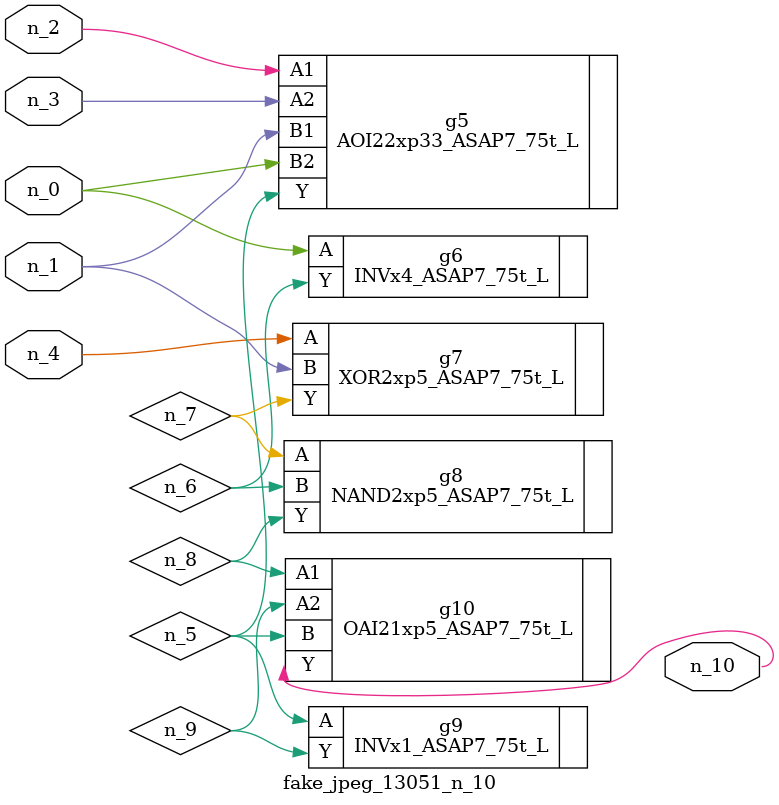
<source format=v>
module fake_jpeg_13051_n_10 (n_3, n_2, n_1, n_0, n_4, n_10);

input n_3;
input n_2;
input n_1;
input n_0;
input n_4;

output n_10;

wire n_8;
wire n_9;
wire n_6;
wire n_5;
wire n_7;

AOI22xp33_ASAP7_75t_L g5 ( 
.A1(n_2),
.A2(n_3),
.B1(n_1),
.B2(n_0),
.Y(n_5)
);

INVx4_ASAP7_75t_L g6 ( 
.A(n_0),
.Y(n_6)
);

XOR2xp5_ASAP7_75t_L g7 ( 
.A(n_4),
.B(n_1),
.Y(n_7)
);

NAND2xp5_ASAP7_75t_L g8 ( 
.A(n_7),
.B(n_6),
.Y(n_8)
);

OAI21xp5_ASAP7_75t_L g10 ( 
.A1(n_8),
.A2(n_9),
.B(n_5),
.Y(n_10)
);

INVx1_ASAP7_75t_L g9 ( 
.A(n_5),
.Y(n_9)
);


endmodule
</source>
